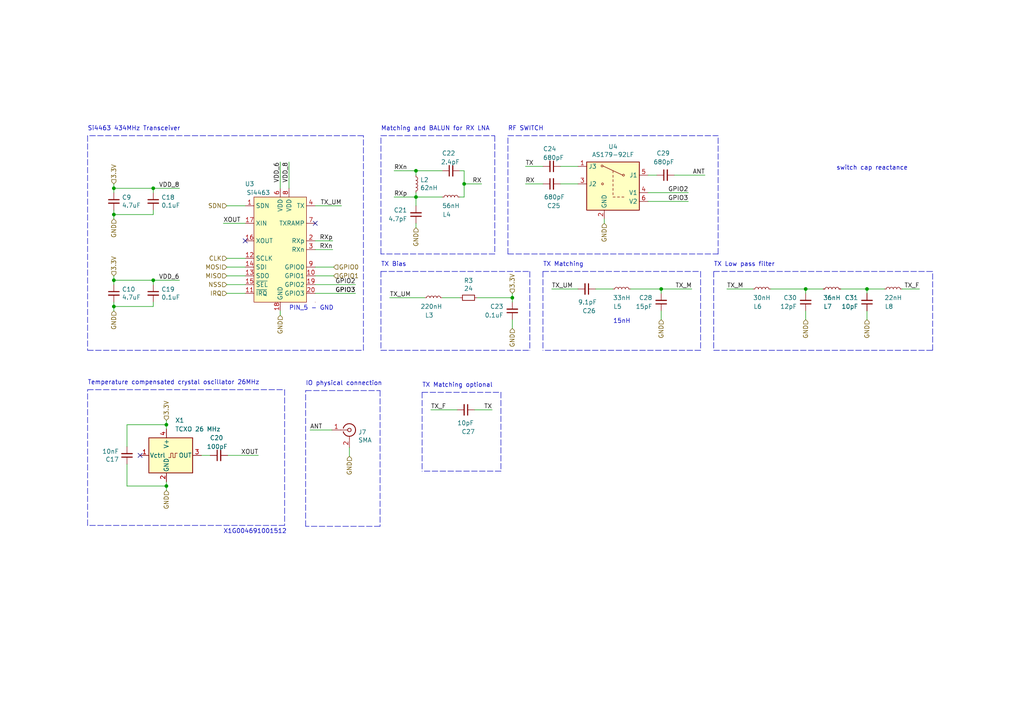
<source format=kicad_sch>
(kicad_sch (version 20211123) (generator eeschema)
  (paper "A4")
  (lib_symbols
    (symbol "Connector:Conn_Coaxial" (pin_names (offset 1.016) hide)
      (property "Reference" "J" (at 0.254 3.048 0))
      (property "Value" "Conn_Coaxial" (at 2.921 0 90))
      (symbol "Conn_Coaxial_0_1"
        (arc (start -1.778 -0.508) (mid 0.2311 -1.8066) (end 1.778 0) (stroke (width 0.254)))
        (polyline (pts (xy -2.54 0) (xy -0.508 0)))
        (polyline (pts (xy 0 -2.54) (xy 0 -1.778)))
        (circle (center 0 0) (radius 0.508) (stroke (width 0.2032)))
        (arc (start 1.778 0) (mid 0.2099 1.8101) (end -1.778 0.508) (stroke (width 0.254)))
      )
      (symbol "Conn_Coaxial_1_1"
        (pin passive line (at -5.08 0 0) (length 2.54) (name "In") (number "1"))
        (pin passive line (at 0 -5.08 90) (length 2.54) (name "Ext") (number "2"))
      )
    )
    (symbol "Device:C_Small" (pin_numbers hide) (pin_names (offset 0.254) hide)
      (property "Reference" "C" (at 0.254 1.778 0))
      (property "Value" "C_Small" (at 0.254 -2.032 0))
      (symbol "C_Small_0_1"
        (polyline (pts (xy -1.524 -0.508) (xy 1.524 -0.508)) (stroke (width 0.3302)))
        (polyline (pts (xy -1.524 0.508) (xy 1.524 0.508)) (stroke (width 0.3048)))
      )
      (symbol "C_Small_1_1"
        (pin passive line (at 0 2.54 270) (length 2.032) (name "~") (number "1"))
        (pin passive line (at 0 -2.54 90) (length 2.032) (name "~") (number "2"))
      )
    )
    (symbol "Device:L_Small" (pin_numbers hide) (pin_names (offset 0.254) hide)
      (property "Reference" "L" (at 0.762 1.016 0))
      (property "Value" "L_Small" (at 0.762 -1.016 0))
      (symbol "L_Small_0_1"
        (arc (start 0 -2.032) (mid 0.508 -1.524) (end 0 -1.016))
        (arc (start 0 -1.016) (mid 0.508 -0.508) (end 0 0))
        (arc (start 0 0) (mid 0.508 0.508) (end 0 1.016))
        (arc (start 0 1.016) (mid 0.508 1.524) (end 0 2.032))
      )
      (symbol "L_Small_1_1"
        (pin passive line (at 0 2.54 270) (length 0.508) (name "~") (number "1"))
        (pin passive line (at 0 -2.54 90) (length 0.508) (name "~") (number "2"))
      )
    )
    (symbol "Device:R_Small" (pin_numbers hide) (pin_names (offset 0.254) hide)
      (property "Reference" "R" (at 0.762 0.508 0))
      (property "Value" "R_Small" (at 0.762 -1.016 0))
      (symbol "R_Small_0_1"
        (rectangle (start -0.762 1.778) (end 0.762 -1.778) (stroke (width 0.2032)))
      )
      (symbol "R_Small_1_1"
        (pin passive line (at 0 2.54 270) (length 0.762) (name "~") (number "1"))
        (pin passive line (at 0 -2.54 90) (length 0.762) (name "~") (number "2"))
      )
    )
    (symbol "Oscillator:DFA-S15" (pin_names (offset 0.254))
      (property "Reference" "X" (at -5.08 6.35 0))
      (property "Value" "DFA-S15" (at 1.27 -6.35 0))
      (symbol "DFA-S15_0_1"
        (rectangle (start -5.08 5.08) (end 7.62 -5.08) (stroke (width 0.254)) (fill (type background)))
        (polyline (pts (xy 0.635 -0.635) (xy 1.27 -0.635) (xy 1.27 0.635) (xy 1.905 0.635) (xy 1.905 -0.635) (xy 2.54 -0.635) (xy 2.54 0.635) (xy 3.175 0.635)))
      )
      (symbol "DFA-S15_1_1"
        (pin input line (at -7.62 0 0) (length 2.54) (name "Vctrl") (number "1"))
        (pin power_in line (at 0 -7.62 90) (length 2.54) (name "GND") (number "2"))
        (pin output line (at 10.16 0 180) (length 2.54) (name "OUT") (number "3"))
        (pin power_in line (at 0 7.62 270) (length 2.54) (name "V+") (number "4"))
      )
    )
    (symbol "RF:Si4463"
      (property "Reference" "U" (at -6.35 16.51 0))
      (property "Value" "Si4463" (at 6.35 16.51 0))
      (symbol "Si4463_0_1"
        (rectangle (start -7.62 15.24) (end 7.62 -15.24) (fill (type background)))
        (rectangle (start 10.16 -15.24) (end 10.16 -15.24))
      )
      (symbol "Si4463_1_1"
        (pin input line (at -10.16 12.7 0) (length 2.54) (name "SDN") (number "1"))
        (pin bidirectional line (at 10.16 -7.62 180) (length 2.54) (name "GPIO1") (number "10"))
        (pin open_collector line (at -10.16 -12.7 0) (length 2.54) (name "~{IRQ}") (number "11"))
        (pin input line (at -10.16 -2.54 0) (length 2.54) (name "SCLK") (number "12"))
        (pin output line (at -10.16 -7.62 0) (length 2.54) (name "SDO") (number "13"))
        (pin input line (at -10.16 -5.08 0) (length 2.54) (name "SDI") (number "14"))
        (pin input line (at -10.16 -10.16 0) (length 2.54) (name "~{SEL}") (number "15"))
        (pin passive line (at -10.16 2.54 0) (length 2.54) (name "XOUT") (number "16"))
        (pin input line (at -10.16 7.62 0) (length 2.54) (name "XIN") (number "17"))
        (pin power_in line (at 0 -17.78 90) (length 2.54) (name "GND") (number "18"))
        (pin bidirectional line (at 10.16 -10.16 180) (length 2.54) (name "GPIO2") (number "19"))
        (pin input line (at 10.16 2.54 180) (length 2.54) (name "RXp") (number "2"))
        (pin bidirectional line (at 10.16 -12.7 180) (length 2.54) (name "GPIO3") (number "20"))
        (pin power_in line (at 0 -17.78 90) (length 2.54) hide (name "GND") (number "21"))
        (pin input line (at 10.16 0 180) (length 2.54) (name "RXn") (number "3"))
        (pin output line (at 10.16 12.7 180) (length 2.54) (name "TX") (number "4"))
        (pin no_connect line (at 7.62 -15.24 180) (length 2.54) hide (name "NC") (number "5"))
        (pin power_in line (at 0 17.78 270) (length 2.54) (name "VDD") (number "6"))
        (pin output line (at 10.16 7.62 180) (length 2.54) (name "TXRAMP") (number "7"))
        (pin power_in line (at 2.54 17.78 270) (length 2.54) (name "VDD") (number "8"))
        (pin bidirectional line (at 10.16 -5.08 180) (length 2.54) (name "GPIO0") (number "9"))
      )
    )
    (symbol "RF_Switch:AS179-92LF"
      (property "Reference" "U" (at -7.62 7.62 0))
      (property "Value" "AS179-92LF" (at 2.54 7.62 0))
      (symbol "AS179-92LF_1_1"
        (circle (center -3.048 2.54) (radius 0.2794))
        (polyline (pts (xy -3.175 -3.81) (xy -2.54 -3.81)))
        (polyline (pts (xy -2.794 2.54) (xy 2.921 5.207)))
        (polyline (pts (xy -1.905 -3.81) (xy -1.27 -3.81)))
        (polyline (pts (xy -0.635 -3.81) (xy 0 -3.81)))
        (polyline (pts (xy 0 -3.175) (xy 0 -2.54)))
        (polyline (pts (xy 0 -1.905) (xy 0 -1.27)))
        (polyline (pts (xy 0 -0.635) (xy 0 0)))
        (polyline (pts (xy 0 0.635) (xy 0 1.27)))
        (polyline (pts (xy 0 1.905) (xy 0 2.54)))
        (polyline (pts (xy 0 3.175) (xy 0 3.81)))
        (circle (center 3.048 0) (radius 0.2794))
        (circle (center 3.175 5.207) (radius 0.2794))
        (rectangle (start 7.62 -7.62) (end -7.62 6.35) (stroke (width 0.254)) (fill (type background)))
        (pin passive line (at 10.16 5.08 180) (length 2.54) (name "J3") (number "1"))
        (pin power_in line (at 2.54 -10.16 90) (length 2.54) (name "GND") (number "2"))
        (pin passive line (at 10.16 0 180) (length 2.54) (name "J2") (number "3"))
        (pin input line (at -10.16 -2.54 0) (length 2.54) (name "V1") (number "4"))
        (pin passive line (at -10.16 2.54 0) (length 2.54) (name "J1") (number "5"))
        (pin input line (at -10.16 -5.08 0) (length 2.54) (name "V2") (number "6"))
      )
    )
  )
  (junction (at 33.02 88.9))
  (junction (at 44.45 54.61))
  (junction (at 120.65 57.15))
  (junction (at 134.62 53.34))
  (junction (at 33.02 62.23))
  (junction (at 33.02 54.61))
  (junction (at 33.02 81.28))
  (junction (at 233.68 83.82))
  (junction (at 44.45 81.28))
  (junction (at 48.26 140.97))
  (junction (at 191.77 83.82))
  (junction (at 251.46 83.82))
  (junction (at 48.26 123.19))
  (junction (at 120.65 49.53))
  (junction (at 148.59 86.36))
  (no_connect (at 40.64 132.08))
  (no_connect (at 91.44 64.77))
  (no_connect (at 71.12 69.85))
  (wire (pts (xy 128.27 49.53) (xy 120.65 49.53)))
  (wire (pts (xy 187.96 55.88) (xy 199.644 55.88)))
  (wire (pts (xy 132.588 118.872) (xy 124.968 118.872)))
  (polyline (pts (xy 203.2 78.74) (xy 203.2 101.6)))
  (wire (pts (xy 81.28 46.99) (xy 81.28 54.61)))
  (wire (pts (xy 167.64 83.82) (xy 160.02 83.82)))
  (wire (pts (xy 96.52 69.85) (xy 91.44 69.85)))
  (wire (pts (xy 190.5 50.8) (xy 187.96 50.8)))
  (polyline (pts (xy 110.49 78.74) (xy 153.67 78.74)))
  (polyline (pts (xy 143.51 73.66) (xy 110.49 73.66)))
  (polyline (pts (xy 157.48 78.74) (xy 203.2 78.74)))
  (wire (pts (xy 65.786 59.69) (xy 71.12 59.69)))
  (wire (pts (xy 65.786 74.93) (xy 71.12 74.93)))
  (wire (pts (xy 48.26 140.97) (xy 36.83 140.97)))
  (wire (pts (xy 44.45 88.9) (xy 44.45 87.63)))
  (wire (pts (xy 133.35 86.36) (xy 128.27 86.36)))
  (wire (pts (xy 48.26 123.19) (xy 36.83 123.19)))
  (wire (pts (xy 157.48 53.34) (xy 152.4 53.34)))
  (wire (pts (xy 167.64 48.26) (xy 162.56 48.26)))
  (wire (pts (xy 44.45 54.61) (xy 44.45 55.88)))
  (wire (pts (xy 33.02 60.96) (xy 33.02 62.23)))
  (wire (pts (xy 65.786 77.47) (xy 71.12 77.47)))
  (wire (pts (xy 114.3 49.53) (xy 120.65 49.53)))
  (wire (pts (xy 191.77 85.09) (xy 191.77 83.82)))
  (wire (pts (xy 120.65 49.53) (xy 120.65 50.8)))
  (polyline (pts (xy 110.49 78.74) (xy 110.49 101.6)))
  (wire (pts (xy 210.82 83.82) (xy 218.44 83.82)))
  (wire (pts (xy 182.88 83.82) (xy 191.77 83.82)))
  (polyline (pts (xy 207.01 101.6) (xy 270.51 101.6)))
  (polyline (pts (xy 82.55 113.03) (xy 82.55 152.4)))
  (polyline (pts (xy 147.32 73.66) (xy 147.32 39.37)))
  (wire (pts (xy 120.65 57.15) (xy 128.27 57.15)))
  (wire (pts (xy 137.668 118.872) (xy 142.748 118.872)))
  (polyline (pts (xy 105.41 101.6) (xy 105.41 39.37)))
  (wire (pts (xy 138.43 86.36) (xy 148.59 86.36)))
  (wire (pts (xy 148.59 95.25) (xy 148.59 92.71)))
  (wire (pts (xy 251.46 83.82) (xy 251.46 85.09)))
  (wire (pts (xy 33.02 81.28) (xy 44.45 81.28)))
  (wire (pts (xy 91.44 59.69) (xy 99.06 59.69)))
  (wire (pts (xy 113.03 86.36) (xy 123.19 86.36)))
  (polyline (pts (xy 147.32 39.37) (xy 208.28 39.37)))
  (polyline (pts (xy 122.428 113.792) (xy 122.428 136.652)))
  (polyline (pts (xy 110.49 101.6) (xy 153.67 101.6)))
  (wire (pts (xy 36.83 123.19) (xy 36.83 129.54)))
  (polyline (pts (xy 110.49 39.37) (xy 143.51 39.37)))
  (wire (pts (xy 96.52 72.39) (xy 91.44 72.39)))
  (wire (pts (xy 120.65 66.04) (xy 120.65 64.77)))
  (polyline (pts (xy 25.4 101.6) (xy 105.41 101.6)))
  (polyline (pts (xy 145.288 113.792) (xy 145.288 136.652)))
  (wire (pts (xy 48.26 139.7) (xy 48.26 140.97)))
  (wire (pts (xy 48.26 123.19) (xy 48.26 124.46)))
  (wire (pts (xy 52.07 81.28) (xy 44.45 81.28)))
  (wire (pts (xy 251.46 92.71) (xy 251.46 90.17)))
  (polyline (pts (xy 82.55 152.4) (xy 25.4 152.4)))
  (polyline (pts (xy 208.28 73.66) (xy 208.28 39.37)))
  (wire (pts (xy 44.45 81.28) (xy 44.45 82.55)))
  (wire (pts (xy 83.82 46.99) (xy 83.82 54.61)))
  (wire (pts (xy 33.02 62.23) (xy 44.45 62.23)))
  (wire (pts (xy 157.48 48.26) (xy 152.4 48.26)))
  (polyline (pts (xy 25.4 113.03) (xy 82.55 113.03)))
  (wire (pts (xy 101.346 132.334) (xy 101.346 129.794)))
  (wire (pts (xy 65.786 80.01) (xy 71.12 80.01)))
  (wire (pts (xy 64.77 64.77) (xy 71.12 64.77)))
  (polyline (pts (xy 25.4 152.4) (xy 25.4 113.03)))
  (polyline (pts (xy 207.01 78.74) (xy 270.51 78.74)))
  (wire (pts (xy 33.02 54.61) (xy 33.02 55.88)))
  (wire (pts (xy 223.52 83.82) (xy 233.68 83.82)))
  (polyline (pts (xy 88.646 152.654) (xy 88.646 113.284)))
  (wire (pts (xy 134.62 57.15) (xy 134.62 53.34)))
  (wire (pts (xy 175.26 64.77) (xy 175.26 63.5)))
  (wire (pts (xy 91.44 80.01) (xy 96.774 80.01)))
  (wire (pts (xy 33.02 88.9) (xy 33.02 90.17)))
  (polyline (pts (xy 147.32 73.66) (xy 208.28 73.66)))
  (wire (pts (xy 195.58 50.8) (xy 204.47 50.8)))
  (wire (pts (xy 33.02 62.23) (xy 33.02 63.5)))
  (polyline (pts (xy 110.236 113.284) (xy 110.236 152.654)))
  (polyline (pts (xy 270.51 101.6) (xy 270.51 78.74)))
  (wire (pts (xy 66.04 132.08) (xy 74.93 132.08)))
  (wire (pts (xy 65.786 85.09) (xy 71.12 85.09)))
  (polyline (pts (xy 207.01 78.74) (xy 207.01 101.6)))
  (polyline (pts (xy 153.67 78.74) (xy 153.67 101.6)))
  (polyline (pts (xy 145.288 136.652) (xy 122.428 136.652)))
  (wire (pts (xy 133.35 57.15) (xy 134.62 57.15)))
  (wire (pts (xy 33.02 80.01) (xy 33.02 81.28)))
  (wire (pts (xy 134.62 53.34) (xy 139.7 53.34)))
  (polyline (pts (xy 25.4 39.37) (xy 25.4 101.6)))
  (wire (pts (xy 191.77 83.82) (xy 200.66 83.82)))
  (wire (pts (xy 243.84 83.82) (xy 251.46 83.82)))
  (wire (pts (xy 148.59 85.09) (xy 148.59 86.36)))
  (polyline (pts (xy 203.2 101.6) (xy 157.48 101.6)))
  (wire (pts (xy 33.02 87.63) (xy 33.02 88.9)))
  (wire (pts (xy 33.02 53.34) (xy 33.02 54.61)))
  (wire (pts (xy 91.44 77.47) (xy 96.774 77.47)))
  (wire (pts (xy 187.96 58.42) (xy 199.644 58.42)))
  (wire (pts (xy 172.72 83.82) (xy 177.8 83.82)))
  (polyline (pts (xy 105.41 39.37) (xy 25.4 39.37)))
  (wire (pts (xy 91.44 82.55) (xy 103.124 82.55)))
  (wire (pts (xy 91.44 85.09) (xy 103.124 85.09)))
  (wire (pts (xy 261.62 83.82) (xy 266.7 83.82)))
  (polyline (pts (xy 88.646 113.284) (xy 110.236 113.284)))
  (wire (pts (xy 48.26 121.92) (xy 48.26 123.19)))
  (polyline (pts (xy 110.236 152.654) (xy 88.646 152.654)))
  (wire (pts (xy 191.77 92.71) (xy 191.77 90.17)))
  (wire (pts (xy 96.266 124.714) (xy 89.916 124.714)))
  (wire (pts (xy 120.65 57.15) (xy 120.65 55.88)))
  (wire (pts (xy 148.59 86.36) (xy 148.59 87.63)))
  (wire (pts (xy 36.83 140.97) (xy 36.83 134.62)))
  (wire (pts (xy 238.76 83.82) (xy 233.68 83.82)))
  (polyline (pts (xy 143.51 39.37) (xy 143.51 73.66)))
  (wire (pts (xy 120.65 59.69) (xy 120.65 57.15)))
  (wire (pts (xy 233.68 83.82) (xy 233.68 85.09)))
  (wire (pts (xy 81.28 91.44) (xy 81.28 90.17)))
  (polyline (pts (xy 122.428 113.792) (xy 145.288 113.792)))
  (wire (pts (xy 60.96 132.08) (xy 58.42 132.08)))
  (wire (pts (xy 65.786 82.55) (xy 71.12 82.55)))
  (wire (pts (xy 233.68 92.71) (xy 233.68 90.17)))
  (wire (pts (xy 256.54 83.82) (xy 251.46 83.82)))
  (wire (pts (xy 162.56 53.34) (xy 167.64 53.34)))
  (wire (pts (xy 134.62 53.34) (xy 134.62 49.53)))
  (wire (pts (xy 44.45 62.23) (xy 44.45 60.96)))
  (wire (pts (xy 33.02 54.61) (xy 44.45 54.61)))
  (wire (pts (xy 134.62 49.53) (xy 133.35 49.53)))
  (wire (pts (xy 33.02 81.28) (xy 33.02 82.55)))
  (wire (pts (xy 114.3 57.15) (xy 120.65 57.15)))
  (polyline (pts (xy 157.48 78.74) (xy 157.48 101.6)))
  (wire (pts (xy 48.26 142.24) (xy 48.26 140.97)))
  (wire (pts (xy 52.07 54.61) (xy 44.45 54.61)))
  (polyline (pts (xy 110.49 73.66) (xy 110.49 39.37)))
  (wire (pts (xy 33.02 88.9) (xy 44.45 88.9)))
  (text "Matching and BALUN for RX LNA" (at 110.49 38.1 0) (effects (font (size 1.27 1.27)) (justify left bottom)))
  (text "IO physical connection" (at 88.646 112.014 0) (effects (font (size 1.27 1.27)) (justify left bottom)))
  (text "TX Low pass filter" (at 207.01 77.47 0) (effects (font (size 1.27 1.27)) (justify left bottom)))
  (text "TX Bias" (at 110.49 77.47 0) (effects (font (size 1.27 1.27)) (justify left bottom)))
  (text "TX Matching optional" (at 122.428 112.522 0) (effects (font (size 1.27 1.27)) (justify left bottom)))
  (text "PIN_5 - GND" (at 83.82 90.17 0) (effects (font (size 1.27 1.27)) (justify left bottom)))
  (text "Si4463 434MHz Transceiver" (at 25.4 38.1 0) (effects (font (size 1.27 1.27)) (justify left bottom)))
  (text "RF SWITCH\n" (at 147.32 38.1 0) (effects (font (size 1.27 1.27)) (justify left bottom)))
  (text "Temperature compensated crystal oscillator 26MHz" (at 25.4 111.76 0) (effects (font (size 1.27 1.27)) (justify left bottom)))
  (text "TX Matching" (at 157.48 77.47 0) (effects (font (size 1.27 1.27)) (justify left bottom)))
  (text "switch cap reactance\n" (at 242.57 49.53 0) (effects (font (size 1.27 1.27)) (justify left bottom)))
  (text "15nH" (at 177.8 93.98 0) (effects (font (size 1.27 1.27)) (justify left bottom)))
  (text "X1G004691001512\n" (at 64.77 154.94 0) (effects (font (size 1.27 1.27)) (justify left bottom)))
  (label "RXn" (at 114.3 49.53 0))
  (label "VDD_8" (at 83.82 46.99 270))
  (label "GPIO2" (at 199.644 55.88 180))
  (label "GPIO2" (at 103.124 82.55 180))
  (label "GPIO3" (at 103.124 85.09 180))
  (label "TX_M" (at 210.82 83.82 0))
  (label "TX_F" (at 266.7 83.82 180))
  (label "VDD_6" (at 52.07 81.28 180))
  (label "GPIO3" (at 199.644 58.42 180))
  (label "GPIO3" (at 103.124 85.09 180))
  (label "TX_M" (at 200.66 83.82 180))
  (label "ANT" (at 89.916 124.714 0))
  (label "RX" (at 152.4 53.34 0))
  (label "RXn" (at 96.52 72.39 180))
  (label "TX_F" (at 124.968 118.872 0))
  (label "XOUT" (at 64.77 64.77 0))
  (label "VDD_8" (at 52.07 54.61 180))
  (label "TX_UM" (at 160.02 83.82 0))
  (label "TX_UM" (at 99.06 59.69 180))
  (label "RXp" (at 114.3 57.15 0))
  (label "RX" (at 139.7 53.34 180))
  (label "VDD_6" (at 81.28 46.99 270))
  (label "TX" (at 152.4 48.26 0))
  (label "TX" (at 142.748 118.872 180))
  (label "TX_UM" (at 113.03 86.36 0))
  (label "RXp" (at 96.52 69.85 180))
  (label "XOUT" (at 74.93 132.08 180))
  (label "ANT" (at 204.47 50.8 180))
  (hierarchical_label "GND" (shape input) (at 120.65 66.04 270))
  (hierarchical_label "GND" (shape input) (at 81.28 91.44 270))
  (hierarchical_label "MISO" (shape input) (at 65.786 80.01 180))
  (hierarchical_label "3.3V" (shape input) (at 48.26 121.92 90))
  (hierarchical_label "GND" (shape input) (at 191.77 92.71 270))
  (hierarchical_label "3.3V" (shape input) (at 33.02 53.34 90))
  (hierarchical_label "GND" (shape input) (at 33.02 63.5 270))
  (hierarchical_label "GND" (shape input) (at 175.26 64.77 270))
  (hierarchical_label "GND" (shape input) (at 148.59 95.25 270))
  (hierarchical_label "IRQ" (shape input) (at 65.786 85.09 180))
  (hierarchical_label "NSS" (shape input) (at 65.786 82.55 180))
  (hierarchical_label "3.3V" (shape input) (at 148.59 85.09 90))
  (hierarchical_label "3.3V" (shape input) (at 33.02 80.01 90))
  (hierarchical_label "GND" (shape input) (at 48.26 142.24 270))
  (hierarchical_label "GND" (shape input) (at 101.346 132.334 270))
  (hierarchical_label "GPIO0" (shape input) (at 96.774 77.47 0))
  (hierarchical_label "MOSI" (shape input) (at 65.786 77.47 180))
  (hierarchical_label "GPIO1" (shape input) (at 96.774 80.01 0))
  (hierarchical_label "GND" (shape input) (at 233.68 92.71 270))
  (hierarchical_label "GND" (shape input) (at 251.46 92.71 270))
  (hierarchical_label "CLK" (shape input) (at 65.786 74.93 180))
  (hierarchical_label "SDN" (shape input) (at 65.786 59.69 180))
  (hierarchical_label "GND" (shape input) (at 33.02 90.17 270))
  (symbol (lib_id "Device:C_Small") (at 160.02 53.34 90) (unit 1)
    (property "Reference" "C25" (at 162.56 59.69 90) (effects (justify left)))
    (property "Value" "680pF" (at 163.83 57.15 90) (effects (justify left)))
    (property "Footprint" "Capacitor_SMD:C_0402_1005Metric" (effects hide))
  )
  (symbol (lib_id "Connector:Conn_Coaxial") (at 101.346 124.714 0) (unit 1)
    (property "Reference" "J7" (at 103.886 125.349 0) (effects (justify left)))
    (property "Value" "SMA" (at 103.886 127.6604 0) (effects (justify left)))
    (property "Footprint" "Connector_Coaxial:SMA_Molex_73251-1153_EdgeMount_Horizontal" (effects hide))
    (property "Datasheet" " ~" (effects hide))
  )
  (symbol (lib_id "Device:C_Small") (at 148.59 90.17 180) (unit 1)
    (property "Reference" "C23" (at 146.05 88.9 0) (effects (justify left)))
    (property "Value" "0.1uF" (at 146.05 91.44 0) (effects (justify left)))
    (property "Footprint" "Capacitor_SMD:C_0402_1005Metric" (effects hide))
  )
  (symbol (lib_id "Device:C_Small") (at 170.18 83.82 270) (unit 1)
    (property "Reference" "C26" (at 168.91 90.17 90) (effects (justify left)))
    (property "Value" "9.1pF" (at 167.64 87.63 90) (effects (justify left)))
    (property "Footprint" "Capacitor_SMD:C_0402_1005Metric" (effects hide))
  )
  (symbol (lib_id "Device:C_Small") (at 33.02 85.09 0) (unit 1)
    (property "Reference" "C10" (at 35.3568 83.9216 0) (effects (justify left)))
    (property "Value" "4.7uF" (at 35.3568 86.233 0) (effects (justify left)))
    (property "Footprint" "Capacitor_SMD:C_0603_1608Metric" (effects hide))
  )
  (symbol (lib_id "Device:C_Small") (at 233.68 87.63 180) (unit 1)
    (property "Reference" "C30" (at 231.14 86.36 0) (effects (justify left)))
    (property "Value" "12pF" (at 231.14 88.9 0) (effects (justify left)))
    (property "Footprint" "Capacitor_SMD:C_0402_1005Metric" (effects hide))
  )
  (symbol (lib_id "Device:L_Small") (at 259.08 83.82 90) (unit 1)
    (property "Reference" "L8" (at 259.08 88.9 90) (effects (justify left)))
    (property "Value" "22nH" (at 261.62 86.36 90) (effects (justify left)))
    (property "Footprint" "Inductor_SMD:L_0402_1005Metric" (effects hide))
  )
  (symbol (lib_id "Device:C_Small") (at 191.77 87.63 180) (unit 1)
    (property "Reference" "C28" (at 189.23 86.36 0) (effects (justify left)))
    (property "Value" "15pF" (at 189.23 88.9 0) (effects (justify left)))
    (property "Footprint" "Capacitor_SMD:C_0402_1005Metric" (effects hide))
  )
  (symbol (lib_id "Device:L_Small") (at 120.65 53.34 0) (unit 1)
    (property "Reference" "L2" (at 121.8692 52.1716 0) (effects (justify left)))
    (property "Value" "62nH" (at 121.8692 54.483 0) (effects (justify left)))
    (property "Footprint" "Inductor_SMD:L_0402_1005Metric" (effects hide))
  )
  (symbol (lib_id "Device:L_Small") (at 130.81 57.15 90) (unit 1)
    (property "Reference" "L4" (at 130.81 62.23 90) (effects (justify left)))
    (property "Value" "56nH" (at 133.35 59.69 90) (effects (justify left)))
    (property "Footprint" "Inductor_SMD:L_0402_1005Metric" (effects hide))
  )
  (symbol (lib_id "Device:C_Small") (at 33.02 58.42 0) (unit 1)
    (property "Reference" "C9" (at 35.3568 57.2516 0) (effects (justify left)))
    (property "Value" "4.7uF" (at 35.3568 59.563 0) (effects (justify left)))
    (property "Footprint" "Capacitor_SMD:C_0603_1608Metric" (effects hide))
  )
  (symbol (lib_id "Device:L_Small") (at 220.98 83.82 90) (unit 1)
    (property "Reference" "L6" (at 220.98 88.9 90) (effects (justify left)))
    (property "Value" "30nH" (at 223.52 86.36 90) (effects (justify left)))
    (property "Footprint" "Inductor_SMD:L_0402_1005Metric" (effects hide))
  )
  (symbol (lib_id "Device:L_Small") (at 241.3 83.82 90) (unit 1)
    (property "Reference" "L7" (at 241.3 88.9 90) (effects (justify left)))
    (property "Value" "36nH" (at 243.84 86.36 90) (effects (justify left)))
    (property "Footprint" "Inductor_SMD:L_0402_1005Metric" (effects hide))
  )
  (symbol (lib_id "RF_Switch:AS179-92LF") (at 177.8 53.34 0) (mirror y) (unit 1)
    (property "Reference" "U4" (at 177.8 42.545 0))
    (property "Value" "AS179-92LF" (at 177.8 44.8564 0))
    (property "Footprint" "Package_TO_SOT_SMD:SOT-363_SC-70-6" (effects hide))
    (property "Datasheet" "http://www.skyworksinc.com/uploads/documents/AS179_92LF_200176H.pdf" (effects hide))
  )
  (symbol (lib_id "Device:C_Small") (at 44.45 58.42 0) (unit 1)
    (property "Reference" "C18" (at 46.7868 57.2516 0) (effects (justify left)))
    (property "Value" "0.1uF" (at 46.7868 59.563 0) (effects (justify left)))
    (property "Footprint" "Capacitor_SMD:C_0402_1005Metric" (effects hide))
  )
  (symbol (lib_id "Device:L_Small") (at 180.34 83.82 90) (unit 1)
    (property "Reference" "L5" (at 180.34 88.9 90) (effects (justify left)))
    (property "Value" "33nH" (at 182.88 86.36 90) (effects (justify left)))
    (property "Footprint" "Inductor_SMD:L_0402_1005Metric" (effects hide))
  )
  (symbol (lib_id "Device:C_Small") (at 160.02 48.26 270) (unit 1)
    (property "Reference" "C24" (at 157.48 43.18 90) (effects (justify left)))
    (property "Value" "680pF" (at 157.48 45.72 90) (effects (justify left)))
    (property "Footprint" "Capacitor_SMD:C_0402_1005Metric" (effects hide))
  )
  (symbol (lib_id "RF:Si4463") (at 81.28 72.39 0) (unit 1)
    (property "Reference" "U3" (at 72.39 53.34 0))
    (property "Value" "Si4463" (at 74.93 55.88 0))
    (property "Footprint" "Package_DFN_QFN:QFN-20-1EP_4x4mm_P0.5mm_EP2.6x2.6mm_ThermalVias" (effects hide))
    (property "Datasheet" "https://www.silabs.com/documents/public/data-sheets/Si4464-63-61-60.pdf" (effects hide))
  )
  (symbol (lib_id "Device:C_Small") (at 251.46 87.63 180) (unit 1)
    (property "Reference" "C31" (at 248.92 86.36 0) (effects (justify left)))
    (property "Value" "10pF" (at 248.92 88.9 0) (effects (justify left)))
    (property "Footprint" "Capacitor_SMD:C_0402_1005Metric" (effects hide))
  )
  (symbol (lib_id "Device:C_Small") (at 135.128 118.872 270) (unit 1)
    (property "Reference" "C27" (at 133.858 125.222 90) (effects (justify left)))
    (property "Value" "10pF" (at 132.588 122.682 90) (effects (justify left)))
    (property "Footprint" "Capacitor_SMD:C_0402_1005Metric" (effects hide))
  )
  (symbol (lib_id "Device:L_Small") (at 125.73 86.36 90) (unit 1)
    (property "Reference" "L3" (at 125.73 91.44 90) (effects (justify left)))
    (property "Value" "220nH" (at 128.27 88.9 90) (effects (justify left)))
    (property "Footprint" "Inductor_SMD:L_0603_1608Metric" (effects hide))
  )
  (symbol (lib_id "Device:R_Small") (at 135.89 86.36 270) (unit 1)
    (property "Reference" "R3" (at 135.89 81.3816 90))
    (property "Value" "24" (at 135.89 83.693 90))
    (property "Footprint" "Resistor_SMD:R_0603_1608Metric" (effects hide))
  )
  (symbol (lib_id "Device:C_Small") (at 36.83 132.08 180) (unit 1)
    (property "Reference" "C17" (at 34.4932 133.2484 0) (effects (justify left)))
    (property "Value" "10nF" (at 34.4932 130.937 0) (effects (justify left)))
    (property "Footprint" "Capacitor_SMD:C_0402_1005Metric" (effects hide))
  )
  (symbol (lib_id "Device:C_Small") (at 120.65 62.23 180) (unit 1)
    (property "Reference" "C21" (at 118.11 60.96 0) (effects (justify left)))
    (property "Value" "4.7pF" (at 118.11 63.5 0) (effects (justify left)))
    (property "Footprint" "Capacitor_SMD:C_0402_1005Metric" (effects hide))
  )
  (symbol (lib_id "Oscillator:DFA-S15") (at 48.26 132.08 0) (unit 1)
    (property "Reference" "X1" (at 50.8 121.92 0) (effects (justify left)))
    (property "Value" "TCXO 26 MHz" (at 50.8 124.46 0) (effects (justify left)))
    (property "Footprint" "Crystal:Crystal_SMD_2016-4Pin_2.0x1.6mm" (effects hide))
    (property "Datasheet" "http://www.metatech.com.hk/product/fordahl/pdf/2002%20TCXO%20Page%2043-58.pdf" (effects hide))
  )
  (symbol (lib_id "Device:C_Small") (at 193.04 50.8 90) (unit 1)
    (property "Reference" "C29" (at 194.31 44.45 90) (effects (justify left)))
    (property "Value" "680pF" (at 195.58 46.99 90) (effects (justify left)))
    (property "Footprint" "Capacitor_SMD:C_0402_1005Metric" (effects hide))
  )
  (symbol (lib_id "Device:C_Small") (at 44.45 85.09 0) (unit 1)
    (property "Reference" "C19" (at 46.7868 83.9216 0) (effects (justify left)))
    (property "Value" "0.1uF" (at 46.7868 86.233 0) (effects (justify left)))
    (property "Footprint" "Capacitor_SMD:C_0402_1005Metric" (effects hide))
  )
  (symbol (lib_id "Device:C_Small") (at 63.5 132.08 90) (unit 1)
    (property "Reference" "C20" (at 64.77 127 90) (effects (justify left)))
    (property "Value" "100pF" (at 66.04 129.54 90) (effects (justify left)))
    (property "Footprint" "Capacitor_SMD:C_0402_1005Metric" (effects hide))
  )
  (symbol (lib_id "Device:C_Small") (at 130.81 49.53 90) (unit 1)
    (property "Reference" "C22" (at 132.08 44.45 90) (effects (justify left)))
    (property "Value" "2.4pF" (at 133.35 46.99 90) (effects (justify left)))
    (property "Footprint" "Capacitor_SMD:C_0402_1005Metric" (effects hide))
  )
)
</source>
